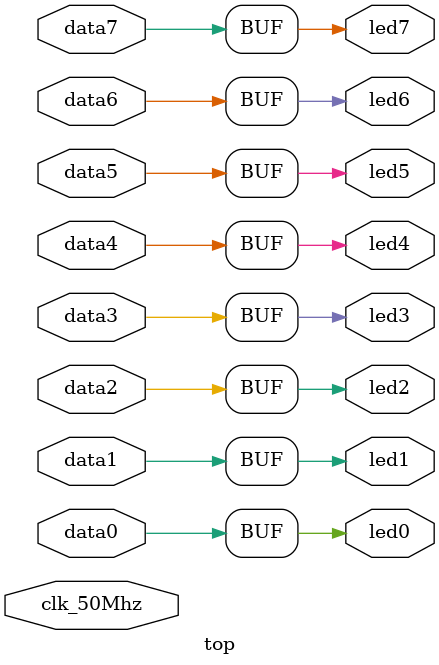
<source format=v>


// FB3_1 : P18 : input_only

module top(output led0, output led1, output led2, output led3,
           output led4, output led5, output led6, output led7,
           input data0, input data1, input data2, input data3,
           input data4, input data5, input data6, input data7,
           input clk_50Mhz);

   // NOTE: Must manually instantiate BUFG
   wire clk;
   BUFG bufg0 (.I(clk_50Mhz), .O(clk));

   assign led0 = data0;
   assign led1 = data1;
   assign led2 = data2;
   assign led3 = data3;
   assign led4 = data4;
   assign led5 = data5;
   assign led6 = data6;
   assign led7 = data7;

endmodule // top

</source>
